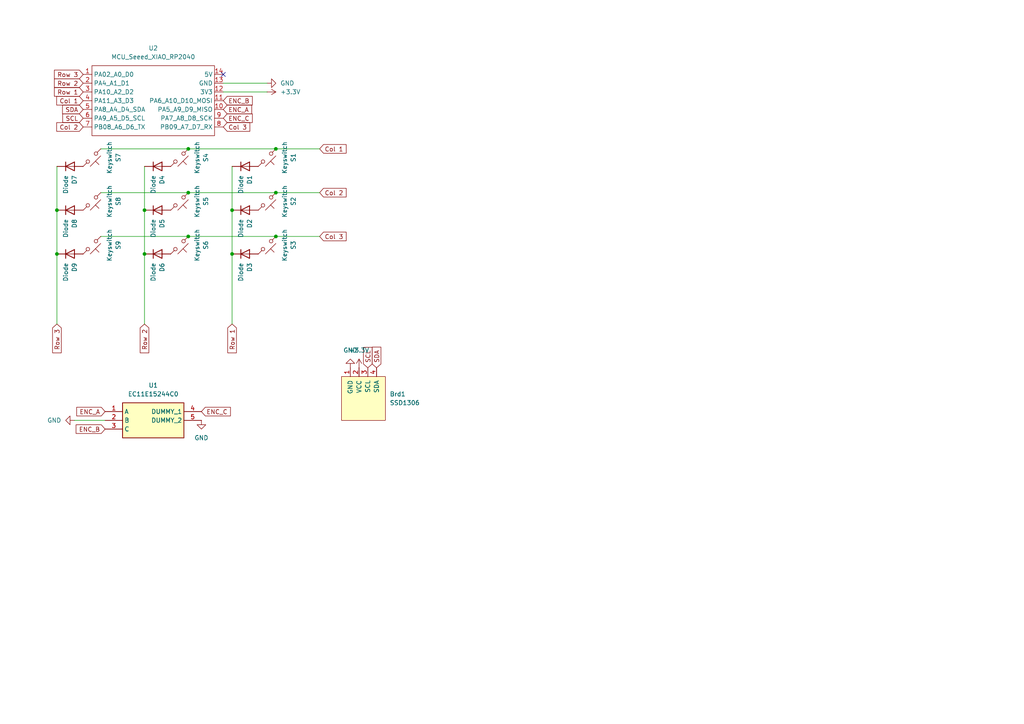
<source format=kicad_sch>
(kicad_sch (version 20231120) (generator "eeschema") (generator_version "8.0")
  (paper "A4")
  (lib_symbols
    (symbol "ScottoKeebs:MCU_Seeed_XIAO_RP2040"
      (property "Reference" "U2" (at 1.27 15.24 0))
      (property "Value" "MCU_Seeed_XIAO_RP2040" (at 1.27 12.7 0))
      (symbol "MCU_Seeed_XIAO_RP2040_0_1"
        (rectangle (start -16.51 10.16) (end 19.05 -10.16))
      )
      (symbol "MCU_Seeed_XIAO_RP2040_1_1"
        (pin passive line (at -19.05 7.62 0) (length 2.54) (name "PA02_A0_D0") (number "1"))
        (pin passive line (at 21.59 -2.54 180) (length 2.54) (name "PA5_A9_D9_MISO") (number "10"))
        (pin passive line (at 21.59 0 180) (length 2.54) (name "PA6_A10_D10_MOSI") (number "11"))
        (pin passive line (at 21.59 2.54 180) (length 2.54) (name "3V3") (number "12"))
        (pin passive line (at 21.59 5.08 180) (length 2.54) (name "GND") (number "13"))
        (pin passive line (at 21.59 7.62 180) (length 2.54) (name "5V") (number "14"))
        (pin passive line (at -19.05 5.08 0) (length 2.54) (name "PA4_A1_D1") (number "2"))
        (pin passive line (at -19.05 2.54 0) (length 2.54) (name "PA10_A2_D2") (number "3"))
        (pin passive line (at -19.05 0 0) (length 2.54) (name "PA11_A3_D3") (number "4"))
        (pin passive line (at -19.05 -2.54 0) (length 2.54) (name "PA8_A4_D4_SDA") (number "5"))
        (pin passive line (at -19.05 -5.08 0) (length 2.54) (name "PA9_A5_D5_SCL") (number "6"))
        (pin passive line (at -19.05 -7.62 0) (length 2.54) (name "PB08_A6_D6_TX") (number "7"))
        (pin passive line (at 21.59 -7.62 180) (length 2.54) (name "PB09_A7_D7_RX") (number "8"))
        (pin passive line (at 21.59 -5.08 180) (length 2.54) (name "PA7_A8_D8_SCK") (number "9"))
      )
    )
    (symbol "ScottoKeebs:Placeholder_Diode" (pin_numbers hide) (pin_names hide)
      (property "Reference" "D" (at 0 2.54 0))
      (property "Value" "Diode" (at 0 -2.54 0))
      (symbol "Placeholder_Diode_0_1"
        (polyline (pts (xy -1.27 1.27) (xy -1.27 -1.27)) (stroke (width 0.254)))
        (polyline (pts (xy 1.27 0) (xy -1.27 0)))
        (polyline (pts (xy 1.27 1.27) (xy 1.27 -1.27) (xy -1.27 0) (xy 1.27 1.27)) (stroke (width 0.254)))
      )
      (symbol "Placeholder_Diode_1_1"
        (pin passive line (at -3.81 0 0) (length 2.54) (name "K") (number "1"))
        (pin passive line (at 3.81 0 180) (length 2.54) (name "A") (number "2"))
      )
    )
    (symbol "ScottoKeebs:Placeholder_Keyswitch" (pin_numbers hide) (pin_names (offset 1.016) hide)
      (property "Reference" "S" (at 3.048 1.016 0))
      (property "Value" "Keyswitch" (at 0 -3.81 0))
      (symbol "Placeholder_Keyswitch_0_1"
        (circle (center -1.1684 1.1684) (radius 0.508))
        (polyline (pts (xy -0.508 2.54) (xy 2.54 -0.508)))
        (polyline (pts (xy 1.016 1.016) (xy 2.032 2.032)))
        (polyline (pts (xy -2.54 2.54) (xy -1.524 1.524) (xy -1.524 1.524)))
        (polyline (pts (xy 1.524 -1.524) (xy 2.54 -2.54) (xy 2.54 -2.54) (xy 2.54 -2.54)))
        (circle (center 1.143 -1.1938) (radius 0.508))
        (pin passive line (at -2.54 2.54 0) (length 0) (name "1") (number "1"))
        (pin passive line (at 2.54 -2.54 180) (length 0) (name "2") (number "2"))
      )
    )
    (symbol "display:SSD1306" (pin_names (offset 1.016))
      (property "Reference" "Brd" (at 0 -3.81 0))
      (property "Value" "SSD1306" (at 0 -1.27 0))
      (symbol "SSD1306_0_1"
        (rectangle (start -6.35 6.35) (end 6.35 -6.35) (fill (type background)))
      )
      (symbol "SSD1306_1_1"
        (pin input line (at -3.81 8.89 270) (length 2.54) (name "GND") (number "1"))
        (pin input line (at -1.27 8.89 270) (length 2.54) (name "VCC") (number "2"))
        (pin input line (at 1.27 8.89 270) (length 2.54) (name "SCL") (number "3"))
        (pin input line (at 3.81 8.89 270) (length 2.54) (name "SDA") (number "4"))
      )
    )
    (symbol "power:+3.3V" (power) (pin_numbers hide) (pin_names (offset 0) hide)
      (property "Value" "+3.3V" (at 0 3.556 0))
      (symbol "+3.3V_0_1"
        (polyline (pts (xy -0.762 1.27) (xy 0 2.54)))
        (polyline (pts (xy 0 0) (xy 0 2.54)))
        (polyline (pts (xy 0 2.54) (xy 0.762 1.27)))
      )
      (symbol "+3.3V_1_1"
        (pin power_in line (at 0 0 90) (length 0) (name "~") (number "1"))
      )
    )
    (symbol "power:GND" (power) (pin_numbers hide) (pin_names (offset 0) hide)
      (property "Value" "GND" (at 0 -3.81 0))
      (symbol "GND_0_1"
        (polyline (pts (xy 0 0) (xy 0 -1.27) (xy 1.27 -1.27) (xy 0 -2.54) (xy -1.27 -1.27) (xy 0 -1.27)))
      )
      (symbol "GND_1_1"
        (pin power_in line (at 0 0 270) (length 0) (name "~") (number "1"))
      )
    )
    (symbol "rotary:EC11E15244C0"
      (property "Reference" "U" (at 24.13 7.62 0))
      (property "Value" "EC11E15244C0" (at 24.13 5.08 0))
      (symbol "EC11E15244C0_1_1"
        (rectangle (start 5.08 2.54) (end 22.86 -7.62) (stroke (width 0.254)) (fill (type background)))
        (pin passive line (at 0 0 0) (length 5.08) (name "A") (number "1"))
        (pin passive line (at 0 -2.54 0) (length 5.08) (name "B") (number "2"))
        (pin passive line (at 0 -5.08 0) (length 5.08) (name "C") (number "3"))
        (pin passive line (at 27.94 0 180) (length 5.08) (name "DUMMY_1") (number "4"))
        (pin passive line (at 27.94 -2.54 180) (length 5.08) (name "DUMMY_2") (number "5"))
      )
    )
  )
  (junction (at 54.61 55.88))
  (junction (at 67.31 60.96))
  (junction (at 41.91 73.66))
  (junction (at 54.61 68.58))
  (junction (at 16.51 60.96))
  (junction (at 41.91 60.96))
  (junction (at 80.01 55.88))
  (junction (at 54.61 43.18))
  (junction (at 80.01 43.18))
  (junction (at 80.01 68.58))
  (junction (at 67.31 73.66))
  (junction (at 16.51 73.66))
  (no_connect (at 64.77 21.59))
  (wire (pts (xy 54.61 55.88) (xy 29.21 55.88)))
  (wire (pts (xy 80.01 68.58) (xy 54.61 68.58)))
  (wire (pts (xy 92.71 55.88) (xy 80.01 55.88)))
  (wire (pts (xy 80.01 43.18) (xy 54.61 43.18)))
  (wire (pts (xy 80.01 55.88) (xy 54.61 55.88)))
  (wire (pts (xy 41.91 60.96) (xy 41.91 73.66)))
  (wire (pts (xy 41.91 73.66) (xy 41.91 93.98)))
  (wire (pts (xy 54.61 43.18) (xy 29.21 43.18)))
  (wire (pts (xy 67.31 60.96) (xy 67.31 73.66)))
  (wire (pts (xy 54.61 68.58) (xy 29.21 68.58)))
  (wire (pts (xy 64.77 26.67) (xy 77.47 26.67)))
  (wire (pts (xy 41.91 48.26) (xy 41.91 60.96)))
  (wire (pts (xy 92.71 43.18) (xy 80.01 43.18)))
  (wire (pts (xy 16.51 73.66) (xy 16.51 93.98)))
  (wire (pts (xy 64.77 24.13) (xy 77.47 24.13)))
  (wire (pts (xy 67.31 73.66) (xy 67.31 93.98)))
  (wire (pts (xy 92.71 68.58) (xy 80.01 68.58)))
  (wire (pts (xy 16.51 48.26) (xy 16.51 60.96)))
  (wire (pts (xy 21.59 121.92) (xy 30.48 121.92)))
  (wire (pts (xy 67.31 48.26) (xy 67.31 60.96)))
  (wire (pts (xy 16.51 60.96) (xy 16.51 73.66)))
  (global_label "ENC_C" (shape input) (at 58.42 119.38 0) (property "Intersheetrefs" "${INTERSHEET_REFS}" (effects (hide yes))))
  (global_label "ENC_C" (shape input) (at 64.77 34.29 0) (property "Intersheetrefs" "${INTERSHEET_REFS}" (effects (hide yes))))
  (global_label "Col 3" (shape input) (at 92.71 68.58 0) (property "Intersheetrefs" "${INTERSHEET_REFS}" (effects (hide yes))))
  (global_label "Row 3" (shape input) (at 24.13 21.59 180) (property "Intersheetrefs" "${INTERSHEET_REFS}" (effects (hide yes))))
  (global_label "Col 1" (shape input) (at 24.13 29.21 180) (property "Intersheetrefs" "${INTERSHEET_REFS}" (effects (hide yes))))
  (global_label "Col 2" (shape input) (at 24.13 36.83 180) (property "Intersheetrefs" "${INTERSHEET_REFS}" (effects (hide yes))))
  (global_label "Row 1" (shape input) (at 67.31 93.98 270) (property "Intersheetrefs" "${INTERSHEET_REFS}" (effects (hide yes))))
  (global_label "Col 1" (shape input) (at 92.71 43.18 0) (property "Intersheetrefs" "${INTERSHEET_REFS}" (effects (hide yes))))
  (global_label "ENC_B" (shape input) (at 30.48 124.46 180) (property "Intersheetrefs" "${INTERSHEET_REFS}" (effects (hide yes))))
  (global_label "ENC_B" (shape input) (at 64.77 29.21 0) (property "Intersheetrefs" "${INTERSHEET_REFS}" (effects (hide yes))))
  (global_label "Col 3" (shape input) (at 64.77 36.83 0) (property "Intersheetrefs" "${INTERSHEET_REFS}" (effects (hide yes))))
  (global_label "Row 2" (shape input) (at 41.91 93.98 270) (property "Intersheetrefs" "${INTERSHEET_REFS}" (effects (hide yes))))
  (global_label "SCL" (shape input) (at 106.68 106.68 90) (property "Intersheetrefs" "${INTERSHEET_REFS}" (effects (hide yes))))
  (global_label "SCL" (shape input) (at 24.13 34.29 180) (property "Intersheetrefs" "${INTERSHEET_REFS}" (effects (hide yes))))
  (global_label "ENC_A" (shape input) (at 64.77 31.75 0) (property "Intersheetrefs" "${INTERSHEET_REFS}" (effects (hide yes))))
  (global_label "Row 2" (shape input) (at 24.13 24.13 180) (property "Intersheetrefs" "${INTERSHEET_REFS}" (effects (hide yes))))
  (global_label "Col 2" (shape input) (at 92.71 55.88 0) (property "Intersheetrefs" "${INTERSHEET_REFS}" (effects (hide yes))))
  (global_label "Row 3" (shape input) (at 16.51 93.98 270) (property "Intersheetrefs" "${INTERSHEET_REFS}" (effects (hide yes))))
  (global_label "ENC_A" (shape input) (at 30.48 119.38 180) (property "Intersheetrefs" "${INTERSHEET_REFS}" (effects (hide yes))))
  (global_label "SDA" (shape input) (at 24.13 31.75 180) (property "Intersheetrefs" "${INTERSHEET_REFS}" (effects (hide yes))))
  (global_label "Row 1" (shape input) (at 24.13 26.67 180) (property "Intersheetrefs" "${INTERSHEET_REFS}" (effects (hide yes))))
  (global_label "SDA" (shape input) (at 109.22 106.68 90) (property "Intersheetrefs" "${INTERSHEET_REFS}" (effects (hide yes))))
  (symbol (lib_id "ScottoKeebs:Placeholder_Diode") (at 45.72 73.66 0) (unit 1)
    (property "Reference" "D6" (at 46.9901 76.2 90) (effects (justify right)))
    (property "Value" "Diode" (at 44.4501 76.2 90) (effects (justify right)))
    (property "Footprint" "ScottoKeebs_Components:Diode_DO-35" (effects (hide yes)))
    (property "Description" "1N4148 (DO-35) or 1N4148W (SOD-123)" (effects (hide yes)))
    (property "Sim.Device" "D" (effects (hide yes)))
    (property "Sim.Pins" "1=K 2=A" (effects (hide yes)))
  )
  (symbol (lib_id "ScottoKeebs:Placeholder_Keyswitch") (at 52.07 58.42 270) (unit 1)
    (property "Reference" "S5" (at 59.69 58.42 0))
    (property "Value" "Keyswitch" (at 57.15 58.42 0))
    (property "Footprint" "cherry:MX-Hotswap-1U" (effects (hide yes)))
    (property "Description" "Push button switch, normally open, two pins, 45° tilted" (effects (hide yes)))
  )
  (symbol (lib_id "power:+3.3V") (at 77.47 26.67 270) (unit 1)
    (property "Reference" "#PWR06" (effects (hide yes)))
    (property "Value" "+3.3V" (at 81.28 26.6699 90) (effects (justify left)))
    (property "Description" "Power symbol creates a global label with name \"+3.3V\"" (effects (hide yes)))
  )
  (symbol (lib_id "ScottoKeebs:Placeholder_Diode") (at 71.12 60.96 0) (unit 1)
    (property "Reference" "D2" (at 72.3901 63.5 90) (effects (justify right)))
    (property "Value" "Diode" (at 69.8501 63.5 90) (effects (justify right)))
    (property "Footprint" "ScottoKeebs_Components:Diode_DO-35" (effects (hide yes)))
    (property "Description" "1N4148 (DO-35) or 1N4148W (SOD-123)" (effects (hide yes)))
    (property "Sim.Device" "D" (effects (hide yes)))
    (property "Sim.Pins" "1=K 2=A" (effects (hide yes)))
  )
  (symbol (lib_id "ScottoKeebs:Placeholder_Diode") (at 45.72 60.96 0) (unit 1)
    (property "Reference" "D5" (at 46.9901 63.5 90) (effects (justify right)))
    (property "Value" "Diode" (at 44.4501 63.5 90) (effects (justify right)))
    (property "Footprint" "ScottoKeebs_Components:Diode_DO-35" (effects (hide yes)))
    (property "Description" "1N4148 (DO-35) or 1N4148W (SOD-123)" (effects (hide yes)))
    (property "Sim.Device" "D" (effects (hide yes)))
    (property "Sim.Pins" "1=K 2=A" (effects (hide yes)))
  )
  (symbol (lib_id "display:SSD1306") (at 105.41 115.57 0) (unit 1)
    (property "Reference" "Brd1" (at 113.03 114.2999 0) (effects (justify left)))
    (property "Value" "SSD1306" (at 113.03 116.8399 0) (effects (justify left)))
    (property "Footprint" "display:128x64OLED" (effects (hide yes)))
    (property "Description" "SSD1306 OLED" (effects (hide yes)))
  )
  (symbol (lib_id "ScottoKeebs:MCU_Seeed_XIAO_RP2040") (at 43.18 29.21 0) (unit 1)
    (property "Reference" "U2" (at 44.45 13.97 0))
    (property "Value" "MCU_Seeed_XIAO_RP2040" (at 44.45 16.51 0))
    (property "Footprint" "mcusb:Seeed_XIAO_RP2040" (effects (hide yes)))
  )
  (symbol (lib_id "ScottoKeebs:Placeholder_Diode") (at 45.72 48.26 0) (unit 1)
    (property "Reference" "D4" (at 46.9901 50.8 90) (effects (justify right)))
    (property "Value" "Diode" (at 44.4501 50.8 90) (effects (justify right)))
    (property "Footprint" "ScottoKeebs_Components:Diode_DO-35" (effects (hide yes)))
    (property "Description" "1N4148 (DO-35) or 1N4148W (SOD-123)" (effects (hide yes)))
    (property "Sim.Device" "D" (effects (hide yes)))
    (property "Sim.Pins" "1=K 2=A" (effects (hide yes)))
  )
  (symbol (lib_id "ScottoKeebs:Placeholder_Keyswitch") (at 52.07 45.72 270) (unit 1)
    (property "Reference" "S4" (at 59.69 45.72 0))
    (property "Value" "Keyswitch" (at 57.15 45.72 0))
    (property "Footprint" "cherry:MX-Hotswap-1U" (effects (hide yes)))
    (property "Description" "Push button switch, normally open, two pins, 45° tilted" (effects (hide yes)))
  )
  (symbol (lib_id "ScottoKeebs:Placeholder_Diode") (at 20.32 60.96 0) (unit 1)
    (property "Reference" "D8" (at 21.5901 63.5 90) (effects (justify right)))
    (property "Value" "Diode" (at 19.0501 63.5 90) (effects (justify right)))
    (property "Footprint" "ScottoKeebs_Components:Diode_DO-35" (effects (hide yes)))
    (property "Description" "1N4148 (DO-35) or 1N4148W (SOD-123)" (effects (hide yes)))
    (property "Sim.Device" "D" (effects (hide yes)))
    (property "Sim.Pins" "1=K 2=A" (effects (hide yes)))
  )
  (symbol (lib_id "ScottoKeebs:Placeholder_Diode") (at 20.32 48.26 0) (unit 1)
    (property "Reference" "D7" (at 21.5901 50.8 90) (effects (justify right)))
    (property "Value" "Diode" (at 19.0501 50.8 90) (effects (justify right)))
    (property "Footprint" "ScottoKeebs_Components:Diode_DO-35" (effects (hide yes)))
    (property "Description" "1N4148 (DO-35) or 1N4148W (SOD-123)" (effects (hide yes)))
    (property "Sim.Device" "D" (effects (hide yes)))
    (property "Sim.Pins" "1=K 2=A" (effects (hide yes)))
  )
  (symbol (lib_id "ScottoKeebs:Placeholder_Keyswitch") (at 26.67 71.12 270) (unit 1)
    (property "Reference" "S9" (at 34.29 71.12 0))
    (property "Value" "Keyswitch" (at 31.75 71.12 0))
    (property "Footprint" "cherry:MX-Hotswap-1U" (effects (hide yes)))
    (property "Description" "Push button switch, normally open, two pins, 45° tilted" (effects (hide yes)))
  )
  (symbol (lib_id "rotary:EC11E15244C0") (at 30.48 119.38 0) (unit 1)
    (property "Reference" "U1" (at 44.45 111.76 0))
    (property "Value" "EC11E15244C0" (at 44.45 114.3 0))
    (property "Footprint" "EC11B202440M" (effects (hide yes)))
    (property "Datasheet" "https://componentsearchengine.com/Datasheets/2/EC11E15244C0.pdf" (effects (hide yes)))
    (property "Description" "Encoder, LP, 11mm, 15 pulse, switched Alps 15 Pulse Incremental Mechanical Rotary Encoder with a 6 mm Flat Shaft, Through Hole" (effects (hide yes)))
    (property "Manufacturer_Name" "ALPS Electric" (effects (hide yes)))
    (property "Manufacturer_Part_Number" "EC11E15244C0" (effects (hide yes)))
  )
  (symbol (lib_id "power:GND") (at 58.42 121.92 0) (unit 1)
    (property "Reference" "#PWR02" (effects (hide yes)))
    (property "Value" "GND" (at 58.42 127 0))
    (property "Description" "Power symbol creates a global label with name \"GND\" , ground" (effects (hide yes)))
  )
  (symbol (lib_id "ScottoKeebs:Placeholder_Keyswitch") (at 26.67 45.72 270) (unit 1)
    (property "Reference" "S7" (at 34.29 45.72 0))
    (property "Value" "Keyswitch" (at 31.75 45.72 0))
    (property "Footprint" "cherry:MX-Hotswap-1U" (effects (hide yes)))
    (property "Description" "Push button switch, normally open, two pins, 45° tilted" (effects (hide yes)))
  )
  (symbol (lib_id "ScottoKeebs:Placeholder_Diode") (at 20.32 73.66 0) (unit 1)
    (property "Reference" "D9" (at 21.5901 76.2 90) (effects (justify right)))
    (property "Value" "Diode" (at 19.0501 76.2 90) (effects (justify right)))
    (property "Footprint" "ScottoKeebs_Components:Diode_DO-35" (effects (hide yes)))
    (property "Description" "1N4148 (DO-35) or 1N4148W (SOD-123)" (effects (hide yes)))
    (property "Sim.Device" "D" (effects (hide yes)))
    (property "Sim.Pins" "1=K 2=A" (effects (hide yes)))
  )
  (symbol (lib_id "ScottoKeebs:Placeholder_Diode") (at 71.12 48.26 0) (unit 1)
    (property "Reference" "D1" (at 72.3901 50.8 90) (effects (justify right)))
    (property "Value" "Diode" (at 69.8501 50.8 90) (effects (justify right)))
    (property "Footprint" "ScottoKeebs_Components:Diode_DO-35" (effects (hide yes)))
    (property "Description" "1N4148 (DO-35) or 1N4148W (SOD-123)" (effects (hide yes)))
    (property "Sim.Device" "D" (effects (hide yes)))
    (property "Sim.Pins" "1=K 2=A" (effects (hide yes)))
  )
  (symbol (lib_id "power:+3.3V") (at 104.14 106.68 0) (unit 1)
    (property "Reference" "#PWR04" (effects (hide yes)))
    (property "Value" "+3.3V" (at 104.14 101.6 0))
    (property "Description" "Power symbol creates a global label with name \"+3.3V\"" (effects (hide yes)))
  )
  (symbol (lib_id "ScottoKeebs:Placeholder_Keyswitch") (at 77.47 58.42 270) (unit 1)
    (property "Reference" "S2" (at 85.09 58.42 0))
    (property "Value" "Keyswitch" (at 82.55 58.42 0))
    (property "Footprint" "cherry:MX-Hotswap-1U" (effects (hide yes)))
    (property "Description" "Push button switch, normally open, two pins, 45° tilted" (effects (hide yes)))
  )
  (symbol (lib_id "power:GND") (at 101.6 106.68 180) (unit 1)
    (property "Reference" "#PWR05" (effects (hide yes)))
    (property "Value" "GND" (at 101.6 101.6 0))
    (property "Description" "Power symbol creates a global label with name \"GND\" , ground" (effects (hide yes)))
  )
  (symbol (lib_id "ScottoKeebs:Placeholder_Keyswitch") (at 77.47 71.12 270) (unit 1)
    (property "Reference" "S3" (at 85.09 71.12 0))
    (property "Value" "Keyswitch" (at 82.55 71.12 0))
    (property "Footprint" "cherry:MX-Hotswap-1U" (effects (hide yes)))
    (property "Description" "Push button switch, normally open, two pins, 45° tilted" (effects (hide yes)))
  )
  (symbol (lib_id "power:GND") (at 77.47 24.13 90) (unit 1)
    (property "Reference" "#PWR01" (effects (hide yes)))
    (property "Value" "GND" (at 81.28 24.1299 90) (effects (justify right)))
    (property "Description" "Power symbol creates a global label with name \"GND\" , ground" (effects (hide yes)))
  )
  (symbol (lib_id "ScottoKeebs:Placeholder_Keyswitch") (at 26.67 58.42 270) (unit 1)
    (property "Reference" "S8" (at 34.29 58.42 0))
    (property "Value" "Keyswitch" (at 31.75 58.42 0))
    (property "Footprint" "cherry:MX-Hotswap-1U" (effects (hide yes)))
    (property "Description" "Push button switch, normally open, two pins, 45° tilted" (effects (hide yes)))
  )
  (symbol (lib_id "ScottoKeebs:Placeholder_Keyswitch") (at 77.47 45.72 270) (unit 1)
    (property "Reference" "S1" (at 85.09 45.72 0))
    (property "Value" "Keyswitch" (at 82.55 45.72 0))
    (property "Footprint" "cherry:MX-Hotswap-1U" (effects (hide yes)))
    (property "Description" "Push button switch, normally open, two pins, 45° tilted" (effects (hide yes)))
  )
  (symbol (lib_id "power:GND") (at 21.59 121.92 270) (unit 1)
    (property "Reference" "#PWR03" (effects (hide yes)))
    (property "Value" "GND" (at 17.78 121.9199 90) (effects (justify right)))
    (property "Description" "Power symbol creates a global label with name \"GND\" , ground" (effects (hide yes)))
  )
  (symbol (lib_id "ScottoKeebs:Placeholder_Keyswitch") (at 52.07 71.12 270) (unit 1)
    (property "Reference" "S6" (at 59.69 71.12 0))
    (property "Value" "Keyswitch" (at 57.15 71.12 0))
    (property "Footprint" "cherry:MX-Hotswap-1U" (effects (hide yes)))
    (property "Description" "Push button switch, normally open, two pins, 45° tilted" (effects (hide yes)))
  )
  (symbol (lib_id "ScottoKeebs:Placeholder_Diode") (at 71.12 73.66 0) (unit 1)
    (property "Reference" "D3" (at 72.3901 76.2 90) (effects (justify right)))
    (property "Value" "Diode" (at 69.8501 76.2 90) (effects (justify right)))
    (property "Footprint" "ScottoKeebs_Components:Diode_DO-35" (effects (hide yes)))
    (property "Description" "1N4148 (DO-35) or 1N4148W (SOD-123)" (effects (hide yes)))
    (property "Sim.Device" "D" (effects (hide yes)))
    (property "Sim.Pins" "1=K 2=A" (effects (hide yes)))
  )
)
</source>
